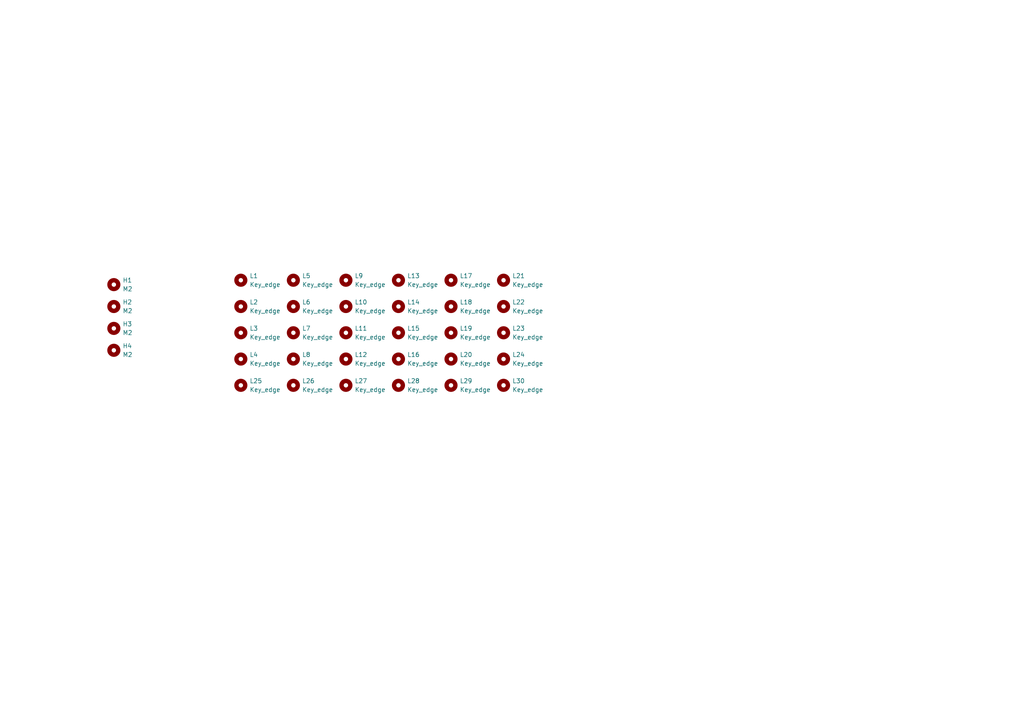
<source format=kicad_sch>
(kicad_sch (version 20250114) (generator "eeschema") (generator_version "9.0")
  (paper "A4")
  (lib_symbols
    (symbol "Mechanical:MountingHole" (pin_names (offset 1.016))
      (property "Reference" "H" (at 0 5.08 0))
      (property "Value" "MountingHole" (at 0 3.175 0))
      (symbol "MountingHole_0_1"
        (circle (center 0 0) (radius 1.27) (stroke (width 1.27)))
      )
    )
  )
  (symbol (lib_id "Mechanical:MountingHole") (at 100.33 104.14 0) (unit 1)
    (property "Reference" "L12" (at 102.87 102.8699 0) (effects (justify left)))
    (property "Value" "Key_edge" (at 102.87 105.4099 0) (effects (justify left)))
    (property "Footprint" "DreaM117er-keebLibrary:SW_Keyboard_Hole_1.00u" (effects (hide yes)))
  )
  (symbol (lib_id "Mechanical:MountingHole") (at 69.85 81.28 0) (unit 1)
    (property "Reference" "L1" (at 72.39 80.0099 0) (effects (justify left)))
    (property "Value" "Key_edge" (at 72.39 82.5499 0) (effects (justify left)))
    (property "Footprint" "DreaM117er-keebLibrary:SW_Keyboard_Hole_1.00u" (effects (hide yes)))
  )
  (symbol (lib_id "Mechanical:MountingHole") (at 69.85 88.9 0) (unit 1)
    (property "Reference" "L2" (at 72.39 87.6299 0) (effects (justify left)))
    (property "Value" "Key_edge" (at 72.39 90.1699 0) (effects (justify left)))
    (property "Footprint" "DreaM117er-keebLibrary:SW_Keyboard_Hole_1.00u" (effects (hide yes)))
  )
  (symbol (lib_id "Mechanical:MountingHole") (at 33.02 95.25 0) (unit 1)
    (property "Reference" "H3" (at 35.56 93.98 0) (effects (justify left)))
    (property "Value" "M2" (at 35.56 96.52 0) (effects (justify left)))
    (property "Footprint" "MountingHole:MountingHole_2.2mm_M2" (effects (hide yes)))
  )
  (symbol (lib_id "Mechanical:MountingHole") (at 115.57 81.28 0) (unit 1)
    (property "Reference" "L13" (at 118.11 80.0099 0) (effects (justify left)))
    (property "Value" "Key_edge" (at 118.11 82.5499 0) (effects (justify left)))
    (property "Footprint" "DreaM117er-keebLibrary:SW_Keyboard_Hole_1.00u" (effects (hide yes)))
  )
  (symbol (lib_id "Mechanical:MountingHole") (at 130.81 81.28 0) (unit 1)
    (property "Reference" "L17" (at 133.35 80.0099 0) (effects (justify left)))
    (property "Value" "Key_edge" (at 133.35 82.5499 0) (effects (justify left)))
    (property "Footprint" "DreaM117er-keebLibrary:SW_Keyboard_Hole_1.00u" (effects (hide yes)))
  )
  (symbol (lib_id "Mechanical:MountingHole") (at 69.85 104.14 0) (unit 1)
    (property "Reference" "L4" (at 72.39 102.8699 0) (effects (justify left)))
    (property "Value" "Key_edge" (at 72.39 105.4099 0) (effects (justify left)))
    (property "Footprint" "DreaM117er-keebLibrary:SW_Keyboard_Hole_1.00u" (effects (hide yes)))
  )
  (symbol (lib_id "Mechanical:MountingHole") (at 130.81 88.9 0) (unit 1)
    (property "Reference" "L18" (at 133.35 87.6299 0) (effects (justify left)))
    (property "Value" "Key_edge" (at 133.35 90.1699 0) (effects (justify left)))
    (property "Footprint" "DreaM117er-keebLibrary:SW_Keyboard_Hole_1.00u" (effects (hide yes)))
  )
  (symbol (lib_id "Mechanical:MountingHole") (at 115.57 96.52 0) (unit 1)
    (property "Reference" "L15" (at 118.11 95.2499 0) (effects (justify left)))
    (property "Value" "Key_edge" (at 118.11 97.7899 0) (effects (justify left)))
    (property "Footprint" "DreaM117er-keebLibrary:SW_Keyboard_Hole_1.00u" (effects (hide yes)))
  )
  (symbol (lib_id "Mechanical:MountingHole") (at 130.81 111.76 0) (unit 1)
    (property "Reference" "L29" (at 133.35 110.4899 0) (effects (justify left)))
    (property "Value" "Key_edge" (at 133.35 113.0299 0) (effects (justify left)))
    (property "Footprint" "DreaM117er-keebLibrary:SW_Keyboard_Hole_1.00u" (effects (hide yes)))
  )
  (symbol (lib_id "Mechanical:MountingHole") (at 115.57 111.76 0) (unit 1)
    (property "Reference" "L28" (at 118.11 110.4899 0) (effects (justify left)))
    (property "Value" "Key_edge" (at 118.11 113.0299 0) (effects (justify left)))
    (property "Footprint" "DreaM117er-keebLibrary:SW_Keyboard_Hole_1.00u" (effects (hide yes)))
  )
  (symbol (lib_id "Mechanical:MountingHole") (at 100.33 81.28 0) (unit 1)
    (property "Reference" "L9" (at 102.87 80.0099 0) (effects (justify left)))
    (property "Value" "Key_edge" (at 102.87 82.5499 0) (effects (justify left)))
    (property "Footprint" "DreaM117er-keebLibrary:SW_Keyboard_Hole_1.00u" (effects (hide yes)))
  )
  (symbol (lib_id "Mechanical:MountingHole") (at 146.05 96.52 0) (unit 1)
    (property "Reference" "L23" (at 148.59 95.2499 0) (effects (justify left)))
    (property "Value" "Key_edge" (at 148.59 97.7899 0) (effects (justify left)))
    (property "Footprint" "DreaM117er-keebLibrary:SW_Keyboard_Hole_1.00u" (effects (hide yes)))
  )
  (symbol (lib_id "Mechanical:MountingHole") (at 146.05 81.28 0) (unit 1)
    (property "Reference" "L21" (at 148.59 80.0099 0) (effects (justify left)))
    (property "Value" "Key_edge" (at 148.59 82.5499 0) (effects (justify left)))
    (property "Footprint" "DreaM117er-keebLibrary:SW_Keyboard_Hole_1.00u" (effects (hide yes)))
  )
  (symbol (lib_id "Mechanical:MountingHole") (at 69.85 111.76 0) (unit 1)
    (property "Reference" "L25" (at 72.39 110.4899 0) (effects (justify left)))
    (property "Value" "Key_edge" (at 72.39 113.0299 0) (effects (justify left)))
    (property "Footprint" "DreaM117er-keebLibrary:SW_Keyboard_Hole_1.00u" (effects (hide yes)))
  )
  (symbol (lib_id "Mechanical:MountingHole") (at 115.57 88.9 0) (unit 1)
    (property "Reference" "L14" (at 118.11 87.6299 0) (effects (justify left)))
    (property "Value" "Key_edge" (at 118.11 90.1699 0) (effects (justify left)))
    (property "Footprint" "DreaM117er-keebLibrary:SW_Keyboard_Hole_1.00u" (effects (hide yes)))
  )
  (symbol (lib_id "Mechanical:MountingHole") (at 69.85 96.52 0) (unit 1)
    (property "Reference" "L3" (at 72.39 95.2499 0) (effects (justify left)))
    (property "Value" "Key_edge" (at 72.39 97.7899 0) (effects (justify left)))
    (property "Footprint" "DreaM117er-keebLibrary:SW_Keyboard_Hole_1.00u" (effects (hide yes)))
  )
  (symbol (lib_id "Mechanical:MountingHole") (at 33.02 101.6 0) (unit 1)
    (property "Reference" "H4" (at 35.56 100.33 0) (effects (justify left)))
    (property "Value" "M2" (at 35.56 102.87 0) (effects (justify left)))
    (property "Footprint" "MountingHole:MountingHole_2.2mm_M2" (effects (hide yes)))
  )
  (symbol (lib_id "Mechanical:MountingHole") (at 85.09 96.52 0) (unit 1)
    (property "Reference" "L7" (at 87.63 95.2499 0) (effects (justify left)))
    (property "Value" "Key_edge" (at 87.63 97.7899 0) (effects (justify left)))
    (property "Footprint" "DreaM117er-keebLibrary:SW_Keyboard_Hole_1.00u" (effects (hide yes)))
  )
  (symbol (lib_id "Mechanical:MountingHole") (at 130.81 104.14 0) (unit 1)
    (property "Reference" "L20" (at 133.35 102.8699 0) (effects (justify left)))
    (property "Value" "Key_edge" (at 133.35 105.4099 0) (effects (justify left)))
    (property "Footprint" "DreaM117er-keebLibrary:SW_Keyboard_Hole_1.00u" (effects (hide yes)))
  )
  (symbol (lib_id "Mechanical:MountingHole") (at 130.81 96.52 0) (unit 1)
    (property "Reference" "L19" (at 133.35 95.2499 0) (effects (justify left)))
    (property "Value" "Key_edge" (at 133.35 97.7899 0) (effects (justify left)))
    (property "Footprint" "DreaM117er-keebLibrary:SW_Keyboard_Hole_1.00u" (effects (hide yes)))
  )
  (symbol (lib_id "Mechanical:MountingHole") (at 33.02 82.55 0) (unit 1)
    (property "Reference" "H1" (at 35.56 81.28 0) (effects (justify left)))
    (property "Value" "M2" (at 35.56 83.82 0) (effects (justify left)))
    (property "Footprint" "MountingHole:MountingHole_2.2mm_M2" (effects (hide yes)))
  )
  (symbol (lib_id "Mechanical:MountingHole") (at 33.02 88.9 0) (unit 1)
    (property "Reference" "H2" (at 35.56 87.63 0) (effects (justify left)))
    (property "Value" "M2" (at 35.56 90.17 0) (effects (justify left)))
    (property "Footprint" "MountingHole:MountingHole_2.2mm_M2" (effects (hide yes)))
  )
  (symbol (lib_id "Mechanical:MountingHole") (at 85.09 111.76 0) (unit 1)
    (property "Reference" "L26" (at 87.63 110.4899 0) (effects (justify left)))
    (property "Value" "Key_edge" (at 87.63 113.0299 0) (effects (justify left)))
    (property "Footprint" "DreaM117er-keebLibrary:SW_Keyboard_Hole_1.00u" (effects (hide yes)))
  )
  (symbol (lib_id "Mechanical:MountingHole") (at 146.05 104.14 0) (unit 1)
    (property "Reference" "L24" (at 148.59 102.8699 0) (effects (justify left)))
    (property "Value" "Key_edge" (at 148.59 105.4099 0) (effects (justify left)))
    (property "Footprint" "DreaM117er-keebLibrary:SW_Keyboard_Hole_1.00u" (effects (hide yes)))
  )
  (symbol (lib_id "Mechanical:MountingHole") (at 100.33 96.52 0) (unit 1)
    (property "Reference" "L11" (at 102.87 95.2499 0) (effects (justify left)))
    (property "Value" "Key_edge" (at 102.87 97.7899 0) (effects (justify left)))
    (property "Footprint" "DreaM117er-keebLibrary:SW_Keyboard_Hole_1.00u" (effects (hide yes)))
  )
  (symbol (lib_id "Mechanical:MountingHole") (at 100.33 111.76 0) (unit 1)
    (property "Reference" "L27" (at 102.87 110.4899 0) (effects (justify left)))
    (property "Value" "Key_edge" (at 102.87 113.0299 0) (effects (justify left)))
    (property "Footprint" "DreaM117er-keebLibrary:SW_Keyboard_Hole_1.00u" (effects (hide yes)))
  )
  (symbol (lib_id "Mechanical:MountingHole") (at 146.05 88.9 0) (unit 1)
    (property "Reference" "L22" (at 148.59 87.6299 0) (effects (justify left)))
    (property "Value" "Key_edge" (at 148.59 90.1699 0) (effects (justify left)))
    (property "Footprint" "DreaM117er-keebLibrary:SW_Keyboard_Hole_1.00u" (effects (hide yes)))
  )
  (symbol (lib_id "Mechanical:MountingHole") (at 85.09 81.28 0) (unit 1)
    (property "Reference" "L5" (at 87.63 80.0099 0) (effects (justify left)))
    (property "Value" "Key_edge" (at 87.63 82.5499 0) (effects (justify left)))
    (property "Footprint" "DreaM117er-keebLibrary:SW_Keyboard_Hole_1.00u" (effects (hide yes)))
  )
  (symbol (lib_id "Mechanical:MountingHole") (at 100.33 88.9 0) (unit 1)
    (property "Reference" "L10" (at 102.87 87.6299 0) (effects (justify left)))
    (property "Value" "Key_edge" (at 102.87 90.1699 0) (effects (justify left)))
    (property "Footprint" "DreaM117er-keebLibrary:SW_Keyboard_Hole_1.00u" (effects (hide yes)))
  )
  (symbol (lib_id "Mechanical:MountingHole") (at 85.09 104.14 0) (unit 1)
    (property "Reference" "L8" (at 87.63 102.8699 0) (effects (justify left)))
    (property "Value" "Key_edge" (at 87.63 105.4099 0) (effects (justify left)))
    (property "Footprint" "DreaM117er-keebLibrary:SW_Keyboard_Hole_1.00u" (effects (hide yes)))
  )
  (symbol (lib_id "Mechanical:MountingHole") (at 85.09 88.9 0) (unit 1)
    (property "Reference" "L6" (at 87.63 87.6299 0) (effects (justify left)))
    (property "Value" "Key_edge" (at 87.63 90.1699 0) (effects (justify left)))
    (property "Footprint" "DreaM117er-keebLibrary:SW_Keyboard_Hole_1.00u" (effects (hide yes)))
  )
  (symbol (lib_id "Mechanical:MountingHole") (at 115.57 104.14 0) (unit 1)
    (property "Reference" "L16" (at 118.11 102.8699 0) (effects (justify left)))
    (property "Value" "Key_edge" (at 118.11 105.4099 0) (effects (justify left)))
    (property "Footprint" "DreaM117er-keebLibrary:SW_Keyboard_Hole_1.00u" (effects (hide yes)))
  )
  (symbol (lib_id "Mechanical:MountingHole") (at 146.05 111.76 0) (unit 1)
    (property "Reference" "L30" (at 148.59 110.4899 0) (effects (justify left)))
    (property "Value" "Key_edge" (at 148.59 113.0299 0) (effects (justify left)))
    (property "Footprint" "DreaM117er-keebLibrary:SW_Keyboard_Hole_1.00u" (effects (hide yes)))
  )
)
</source>
